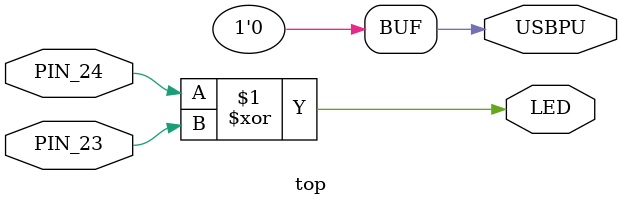
<source format=v>
module top (
    input PIN_24, // Switch[1]
    input PIN_23, // Switch[2]
    output LED,   // User/boot LED next to power LED
    output USBPU  // USB pull-up resistor
);
    // drive USB pull-up resistor to '0' to disable USB
    assign USBPU = 0;

    // Turn the led on when switch is on
    assign LED = PIN_24 ^ PIN_23;
endmodule

</source>
